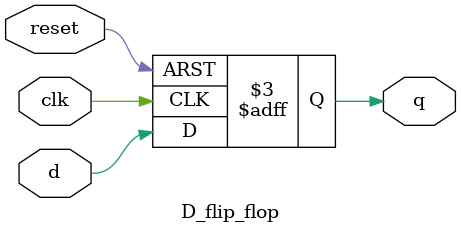
<source format=v>
module D_flip_flop
(
    input d,
    input clk,
    input reset,
    output reg q

);

always @( posedge clk or posedge reset) begin 

   if (reset == 1'b1 )
        q <= 1'b0;
    else
        q <= d;
end
    
endmodule
</source>
